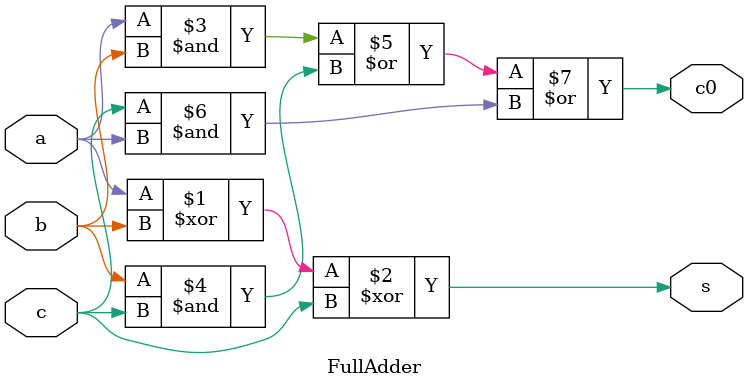
<source format=v>
`timescale 1ns / 1ps


module FullAdder(
    input a, b, c,
    output s, c0
    );
    
    assign s = a^b^c;
    assign c0 = (a&b)|(b&c)|(c&a);
endmodule

</source>
